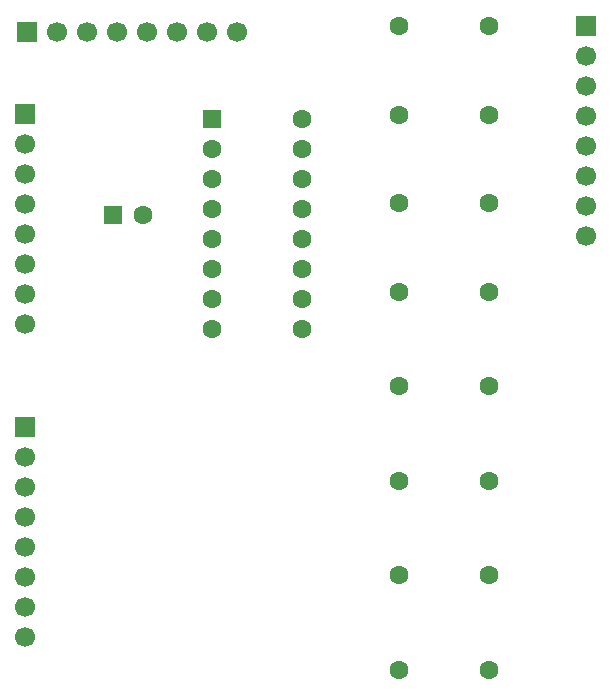
<source format=gbr>
%TF.GenerationSoftware,KiCad,Pcbnew,9.0.4*%
%TF.CreationDate,2025-09-14T11:05:21+01:00*%
%TF.ProjectId,sipo,7369706f-2e6b-4696-9361-645f70636258,rev?*%
%TF.SameCoordinates,Original*%
%TF.FileFunction,Soldermask,Bot*%
%TF.FilePolarity,Negative*%
%FSLAX46Y46*%
G04 Gerber Fmt 4.6, Leading zero omitted, Abs format (unit mm)*
G04 Created by KiCad (PCBNEW 9.0.4) date 2025-09-14 11:05:21*
%MOMM*%
%LPD*%
G01*
G04 APERTURE LIST*
G04 Aperture macros list*
%AMRoundRect*
0 Rectangle with rounded corners*
0 $1 Rounding radius*
0 $2 $3 $4 $5 $6 $7 $8 $9 X,Y pos of 4 corners*
0 Add a 4 corners polygon primitive as box body*
4,1,4,$2,$3,$4,$5,$6,$7,$8,$9,$2,$3,0*
0 Add four circle primitives for the rounded corners*
1,1,$1+$1,$2,$3*
1,1,$1+$1,$4,$5*
1,1,$1+$1,$6,$7*
1,1,$1+$1,$8,$9*
0 Add four rect primitives between the rounded corners*
20,1,$1+$1,$2,$3,$4,$5,0*
20,1,$1+$1,$4,$5,$6,$7,0*
20,1,$1+$1,$6,$7,$8,$9,0*
20,1,$1+$1,$8,$9,$2,$3,0*%
G04 Aperture macros list end*
%ADD10RoundRect,0.250000X-0.550000X-0.550000X0.550000X-0.550000X0.550000X0.550000X-0.550000X0.550000X0*%
%ADD11C,1.600000*%
%ADD12R,1.700000X1.700000*%
%ADD13C,1.700000*%
G04 APERTURE END LIST*
D10*
%TO.C,C1*%
X111500000Y-74500000D03*
D11*
X114000000Y-74500000D03*
%TD*%
D12*
%TO.C,J4*%
X104000000Y-92420000D03*
D13*
X104000000Y-94960000D03*
X104000000Y-97500000D03*
X104000000Y-100040000D03*
X104000000Y-102580000D03*
X104000000Y-105120000D03*
X104000000Y-107660000D03*
X104000000Y-110200000D03*
%TD*%
D12*
%TO.C,J3*%
X104000000Y-65960000D03*
D13*
X104000000Y-68500000D03*
X104000000Y-71040000D03*
X104000000Y-73580000D03*
X104000000Y-76120000D03*
X104000000Y-78660000D03*
X104000000Y-81200000D03*
X104000000Y-83740000D03*
%TD*%
D12*
%TO.C,J2*%
X151500000Y-58500000D03*
D13*
X151500000Y-61040000D03*
X151500000Y-63580000D03*
X151500000Y-66120000D03*
X151500000Y-68660000D03*
X151500000Y-71200000D03*
X151500000Y-73740000D03*
X151500000Y-76280000D03*
%TD*%
D12*
%TO.C,J1*%
X104220000Y-59000000D03*
D13*
X106760000Y-59000000D03*
X109300000Y-59000000D03*
X111840000Y-59000000D03*
X114380000Y-59000000D03*
X116920000Y-59000000D03*
X119460000Y-59000000D03*
X122000000Y-59000000D03*
%TD*%
D10*
%TO.C,U1*%
X119880000Y-66380000D03*
D11*
X119880000Y-68920000D03*
X119880000Y-71460000D03*
X119880000Y-74000000D03*
X119880000Y-76540000D03*
X119880000Y-79080000D03*
X119880000Y-81620000D03*
X119880000Y-84160000D03*
X127500000Y-84160000D03*
X127500000Y-81620000D03*
X127500000Y-79080000D03*
X127500000Y-76540000D03*
X127500000Y-74000000D03*
X127500000Y-71460000D03*
X127500000Y-68920000D03*
X127500000Y-66380000D03*
%TD*%
%TO.C,R8*%
X135690000Y-113000000D03*
X143310000Y-113000000D03*
%TD*%
%TO.C,R7*%
X135690000Y-105000000D03*
X143310000Y-105000000D03*
%TD*%
%TO.C,R6*%
X135690000Y-97000000D03*
X143310000Y-97000000D03*
%TD*%
%TO.C,R5*%
X135690000Y-89000000D03*
X143310000Y-89000000D03*
%TD*%
%TO.C,R4*%
X135690000Y-81000000D03*
X143310000Y-81000000D03*
%TD*%
%TO.C,R3*%
X135690000Y-73500000D03*
X143310000Y-73500000D03*
%TD*%
%TO.C,R2*%
X135690000Y-66000000D03*
X143310000Y-66000000D03*
%TD*%
%TO.C,R1*%
X135690000Y-58500000D03*
X143310000Y-58500000D03*
%TD*%
M02*

</source>
